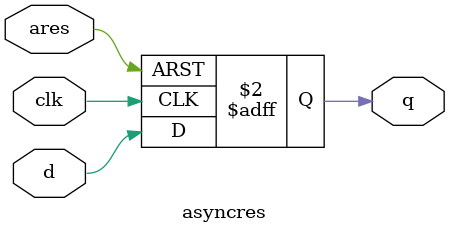
<source format=v>
`timescale 1ns / 1ps
module asyncres(clk,d,ares,q);
input clk,d,ares;
output reg q;
always @(posedge clk or posedge ares)
begin
	if(ares)
		q<=1'b0;
	else
		q<=d;
end
endmodule

</source>
